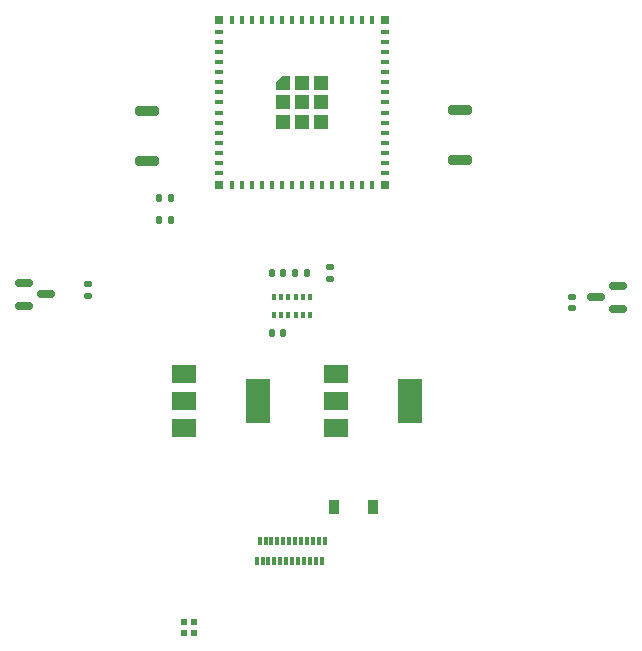
<source format=gbr>
%TF.GenerationSoftware,KiCad,Pcbnew,7.0.9-7.0.9~ubuntu22.04.1*%
%TF.CreationDate,2023-12-21T18:53:40+01:00*%
%TF.ProjectId,lidar 2 round,6c696461-7220-4322-9072-6f756e642e6b,rev?*%
%TF.SameCoordinates,Original*%
%TF.FileFunction,Paste,Top*%
%TF.FilePolarity,Positive*%
%FSLAX46Y46*%
G04 Gerber Fmt 4.6, Leading zero omitted, Abs format (unit mm)*
G04 Created by KiCad (PCBNEW 7.0.9-7.0.9~ubuntu22.04.1) date 2023-12-21 18:53:40*
%MOMM*%
%LPD*%
G01*
G04 APERTURE LIST*
G04 Aperture macros list*
%AMRoundRect*
0 Rectangle with rounded corners*
0 $1 Rounding radius*
0 $2 $3 $4 $5 $6 $7 $8 $9 X,Y pos of 4 corners*
0 Add a 4 corners polygon primitive as box body*
4,1,4,$2,$3,$4,$5,$6,$7,$8,$9,$2,$3,0*
0 Add four circle primitives for the rounded corners*
1,1,$1+$1,$2,$3*
1,1,$1+$1,$4,$5*
1,1,$1+$1,$6,$7*
1,1,$1+$1,$8,$9*
0 Add four rect primitives between the rounded corners*
20,1,$1+$1,$2,$3,$4,$5,0*
20,1,$1+$1,$4,$5,$6,$7,0*
20,1,$1+$1,$6,$7,$8,$9,0*
20,1,$1+$1,$8,$9,$2,$3,0*%
%AMFreePoly0*
4,1,6,0.600000,-0.600000,-0.600000,-0.600000,-0.600000,0.000000,0.000000,0.600000,0.600000,0.600000,0.600000,-0.600000,0.600000,-0.600000,$1*%
G04 Aperture macros list end*
%ADD10RoundRect,0.140000X-0.170000X0.140000X-0.170000X-0.140000X0.170000X-0.140000X0.170000X0.140000X0*%
%ADD11RoundRect,0.200000X0.800000X-0.200000X0.800000X0.200000X-0.800000X0.200000X-0.800000X-0.200000X0*%
%ADD12R,0.800000X0.400000*%
%ADD13R,0.400000X0.800000*%
%ADD14FreePoly0,0.000000*%
%ADD15R,1.200000X1.200000*%
%ADD16R,0.800000X0.800000*%
%ADD17RoundRect,0.150000X0.587500X0.150000X-0.587500X0.150000X-0.587500X-0.150000X0.587500X-0.150000X0*%
%ADD18RoundRect,0.135000X0.135000X0.185000X-0.135000X0.185000X-0.135000X-0.185000X0.135000X-0.185000X0*%
%ADD19R,0.500000X0.500000*%
%ADD20RoundRect,0.150000X-0.587500X-0.150000X0.587500X-0.150000X0.587500X0.150000X-0.587500X0.150000X0*%
%ADD21R,0.300000X0.700000*%
%ADD22R,0.900000X1.200000*%
%ADD23R,2.000000X1.500000*%
%ADD24R,2.000000X3.800000*%
%ADD25RoundRect,0.135000X-0.135000X-0.185000X0.135000X-0.185000X0.135000X0.185000X-0.135000X0.185000X0*%
%ADD26RoundRect,0.135000X0.185000X-0.135000X0.185000X0.135000X-0.185000X0.135000X-0.185000X-0.135000X0*%
%ADD27RoundRect,0.087500X0.087500X0.200000X-0.087500X0.200000X-0.087500X-0.200000X0.087500X-0.200000X0*%
%ADD28RoundRect,0.135000X-0.185000X0.135000X-0.185000X-0.135000X0.185000X-0.135000X0.185000X0.135000X0*%
%ADD29RoundRect,0.140000X0.140000X0.170000X-0.140000X0.170000X-0.140000X-0.170000X0.140000X-0.170000X0*%
%ADD30RoundRect,0.140000X-0.140000X-0.170000X0.140000X-0.170000X0.140000X0.170000X-0.140000X0.170000X0*%
G04 APERTURE END LIST*
D10*
%TO.C,C4*%
X162750000Y-99215000D03*
X162750000Y-100175000D03*
%TD*%
D11*
%TO.C,SW2*%
X126750000Y-87700000D03*
X126750000Y-83500000D03*
%TD*%
D12*
%TO.C,U5*%
X132850000Y-76800000D03*
X132850000Y-77650000D03*
X132850000Y-78500000D03*
X132850000Y-79350000D03*
X132850000Y-80200000D03*
X132850000Y-81050000D03*
X132850000Y-81900000D03*
X132850000Y-82750000D03*
X132850000Y-83600000D03*
X132850000Y-84450000D03*
X132850000Y-85300000D03*
X132850000Y-86150000D03*
X132850000Y-87000000D03*
X132850000Y-87850000D03*
X132850000Y-88700000D03*
D13*
X133900000Y-89750000D03*
X134750000Y-89750000D03*
X135600000Y-89750000D03*
X136450000Y-89750000D03*
X137300000Y-89750000D03*
X138150000Y-89750000D03*
X139000000Y-89750000D03*
X139850000Y-89750000D03*
X140700000Y-89750000D03*
X141550000Y-89750000D03*
X142400000Y-89750000D03*
X143250000Y-89750000D03*
X144100000Y-89750000D03*
X144950000Y-89750000D03*
X145800000Y-89750000D03*
D12*
X146850000Y-88700000D03*
X146850000Y-87850000D03*
X146850000Y-87000000D03*
X146850000Y-86150000D03*
X146850000Y-85300000D03*
X146850000Y-84450000D03*
X146850000Y-83600000D03*
X146850000Y-82750000D03*
X146850000Y-81900000D03*
X146850000Y-81050000D03*
X146850000Y-80200000D03*
X146850000Y-79350000D03*
X146850000Y-78500000D03*
X146850000Y-77650000D03*
X146850000Y-76800000D03*
D13*
X145800000Y-75750000D03*
X144950000Y-75750000D03*
X144100000Y-75750000D03*
X143250000Y-75750000D03*
X142400000Y-75750000D03*
X141550000Y-75750000D03*
X140700000Y-75750000D03*
X139850000Y-75750000D03*
X139000000Y-75750000D03*
X138150000Y-75750000D03*
X137300000Y-75750000D03*
X136450000Y-75750000D03*
X135600000Y-75750000D03*
X134750000Y-75750000D03*
X133900000Y-75750000D03*
D14*
X138200000Y-81100000D03*
D15*
X138200000Y-82750000D03*
X138200000Y-84400000D03*
X139850000Y-81100000D03*
X139850000Y-82750000D03*
X139850000Y-84400000D03*
X141500000Y-81100000D03*
X141500000Y-82750000D03*
X141500000Y-84400000D03*
D16*
X132850000Y-75750000D03*
X132850000Y-89750000D03*
X146850000Y-89750000D03*
X146850000Y-75750000D03*
%TD*%
D17*
%TO.C,U4*%
X166625000Y-100200000D03*
X166625000Y-98300000D03*
X164750000Y-99250000D03*
%TD*%
D18*
%TO.C,R3*%
X128780000Y-92710000D03*
X127760000Y-92710000D03*
%TD*%
D19*
%TO.C,U3*%
X130717722Y-126726148D03*
X129817722Y-126726148D03*
X129817722Y-127626148D03*
X130717722Y-127626148D03*
%TD*%
D20*
%TO.C,Q1*%
X116312500Y-98050000D03*
X116312500Y-99950000D03*
X118187500Y-99000000D03*
%TD*%
D21*
%TO.C,USB C*%
X136260000Y-119890000D03*
X136760000Y-119890000D03*
X137260000Y-119890000D03*
X137760000Y-119890000D03*
X138260000Y-119890000D03*
X138760000Y-119890000D03*
X139260000Y-119890000D03*
X139760000Y-119890000D03*
X140260000Y-119890000D03*
X140760000Y-119890000D03*
X141260000Y-119890000D03*
X141760000Y-119890000D03*
X141510000Y-121590000D03*
X141010000Y-121590000D03*
X140510000Y-121590000D03*
X140010000Y-121590000D03*
X139510000Y-121590000D03*
X139010000Y-121590000D03*
X138510000Y-121590000D03*
X138010000Y-121590000D03*
X137510000Y-121590000D03*
X137010000Y-121590000D03*
X136510000Y-121590000D03*
X136010000Y-121590000D03*
%TD*%
D22*
%TO.C,D1*%
X145900000Y-117000000D03*
X142600000Y-117000000D03*
%TD*%
D23*
%TO.C,+3v3*%
X129850000Y-105700000D03*
X129850000Y-108000000D03*
D24*
X136150000Y-108000000D03*
D23*
X129850000Y-110300000D03*
%TD*%
D25*
%TO.C,R4*%
X127760000Y-90805000D03*
X128780000Y-90805000D03*
%TD*%
D26*
%TO.C,R2*%
X142240000Y-97665000D03*
X142240000Y-96645000D03*
%TD*%
D27*
%TO.C,U2*%
X137500000Y-100726000D03*
X138100000Y-100726000D03*
X138700000Y-100726000D03*
X139300000Y-100726000D03*
X139900000Y-100726000D03*
X140500000Y-100726000D03*
X140500000Y-99250000D03*
X139900000Y-99250000D03*
X139300000Y-99250000D03*
X138700000Y-99250000D03*
X138100000Y-99250000D03*
X137500000Y-99250000D03*
%TD*%
D28*
%TO.C,R1*%
X121750000Y-98152500D03*
X121750000Y-99172500D03*
%TD*%
D29*
%TO.C,C1*%
X138250000Y-97155000D03*
X137290000Y-97155000D03*
%TD*%
D23*
%TO.C,+5V*%
X142700000Y-105700000D03*
X142700000Y-108000000D03*
D24*
X149000000Y-108000000D03*
D23*
X142700000Y-110300000D03*
%TD*%
D11*
%TO.C,SW1*%
X153250000Y-87600000D03*
X153250000Y-83400000D03*
%TD*%
D30*
%TO.C,C3*%
X139290000Y-97155000D03*
X140250000Y-97155000D03*
%TD*%
D29*
%TO.C,C2*%
X138250000Y-102250000D03*
X137290000Y-102250000D03*
%TD*%
M02*

</source>
